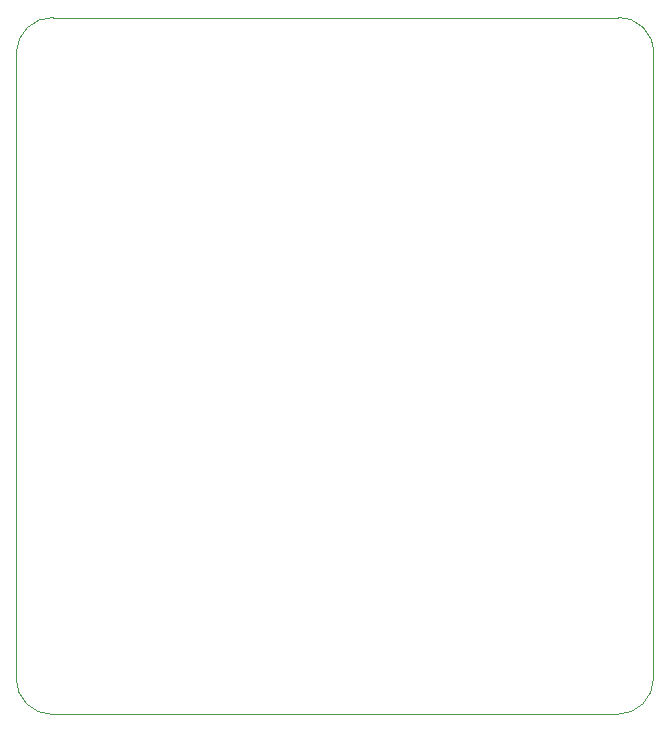
<source format=gm1>
%TF.GenerationSoftware,KiCad,Pcbnew,8.0.5*%
%TF.CreationDate,2024-11-03T15:39:06-06:00*%
%TF.ProjectId,DataAcq-EnvironmentBoard,44617461-4163-4712-9d45-6e7669726f6e,rev?*%
%TF.SameCoordinates,Original*%
%TF.FileFunction,Profile,NP*%
%FSLAX46Y46*%
G04 Gerber Fmt 4.6, Leading zero omitted, Abs format (unit mm)*
G04 Created by KiCad (PCBNEW 8.0.5) date 2024-11-03 15:39:06*
%MOMM*%
%LPD*%
G01*
G04 APERTURE LIST*
%TA.AperFunction,Profile*%
%ADD10C,0.050000*%
%TD*%
G04 APERTURE END LIST*
D10*
X145750000Y-130275000D02*
G75*
G02*
X142750000Y-127275000I0J3000000D01*
G01*
X142750000Y-127275000D02*
X142750000Y-74225000D01*
X193678680Y-130271320D02*
X145750000Y-130275000D01*
X196700000Y-127250000D02*
G75*
G02*
X193678680Y-130271320I-3021320J0D01*
G01*
X196700000Y-74250000D02*
X196700000Y-127250000D01*
X142750001Y-74225000D02*
G75*
G02*
X145874241Y-71283185I3060699J-120600D01*
G01*
X145874240Y-71283223D02*
X193700068Y-71301644D01*
X193700068Y-71301644D02*
G75*
G02*
X196699999Y-74250000I119732J-2878556D01*
G01*
M02*

</source>
